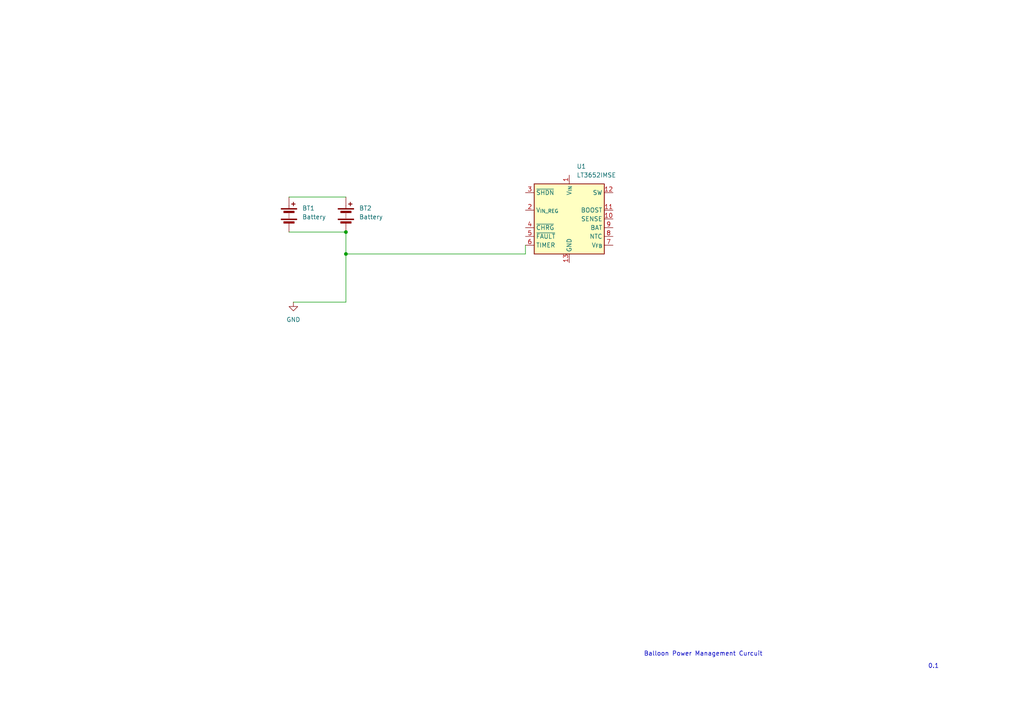
<source format=kicad_sch>
(kicad_sch (version 20250114) (generator "eeschema") (generator_version "9.0")
  (paper "A4")
  (lib_symbols
    (symbol "Battery_Management:LT3652IMSE"
      (property "Reference" "U" (at -8.382 11.43 0))
      (property "Value" "LT3652IMSE" (at 1.778 11.684 0))
      (symbol "LT3652IMSE_0_1"
        (rectangle (start -10.16 10.16) (end 10.16 -10.16) (stroke (width 0.254)) (fill (type background)))
      )
      (symbol "LT3652IMSE_1_1"
        (pin input line (at -12.7 7.62 0) (length 2.54) (name "~{SHDN}") (number "3"))
        (pin input line (at -12.7 2.54 0) (length 2.54) (name "V_{IN_REG}") (number "2"))
        (pin open_collector line (at -12.7 -2.54 0) (length 2.54) (name "~{CHRG}") (number "4"))
        (pin open_collector line (at -12.7 -5.08 0) (length 2.54) (name "~{FAULT}") (number "5"))
        (pin output line (at -12.7 -7.62 0) (length 2.54) (name "TIMER") (number "6"))
        (pin power_in line (at 0 12.7 270) (length 2.54) (name "V_{IN}") (number "1"))
        (pin power_in line (at 0 -12.7 90) (length 2.54) (name "GND") (number "13"))
        (pin output line (at 12.7 7.62 180) (length 2.54) (name "SW") (number "12"))
        (pin input line (at 12.7 2.54 180) (length 2.54) (name "BOOST") (number "11"))
        (pin input line (at 12.7 0 180) (length 2.54) (name "SENSE") (number "10"))
        (pin output line (at 12.7 -2.54 180) (length 2.54) (name "BAT") (number "9"))
        (pin input line (at 12.7 -5.08 180) (length 2.54) (name "NTC") (number "8"))
        (pin input line (at 12.7 -7.62 180) (length 2.54) (name "V_{FB}") (number "7"))
      )
    )
    (symbol "Device:Battery" (pin_numbers (hide yes)) (pin_names (offset 0) (hide yes))
      (property "Reference" "BT" (at 2.54 2.54 0))
      (property "Value" "Battery" (at 2.54 0 0))
      (symbol "Battery_0_1"
        (rectangle (start -2.286 1.778) (end 2.286 1.524) (fill (type outline)))
        (rectangle (start -2.286 -1.27) (end 2.286 -1.524) (fill (type outline)))
        (rectangle (start -1.524 1.016) (end 1.524 0.508) (fill (type outline)))
        (rectangle (start -1.524 -2.032) (end 1.524 -2.54) (fill (type outline)))
        (polyline (pts (xy 0 1.778) (xy 0 2.54)))
        (polyline (pts (xy 0 0) (xy 0 0.254)))
        (polyline (pts (xy 0 -0.508) (xy 0 -0.254)))
        (polyline (pts (xy 0 -1.016) (xy 0 -0.762)))
        (polyline (pts (xy 0.762 3.048) (xy 1.778 3.048)) (stroke (width 0.254)))
        (polyline (pts (xy 1.27 3.556) (xy 1.27 2.54)) (stroke (width 0.254)))
      )
      (symbol "Battery_1_1"
        (pin passive line (at 0 5.08 270) (length 2.54) (name "+") (number "1"))
        (pin passive line (at 0 -5.08 90) (length 2.54) (name "-") (number "2"))
      )
    )
    (symbol "power:GND" (power) (pin_numbers (hide yes)) (pin_names (offset 0) (hide yes))
      (property "Value" "GND" (at 0 -3.81 0))
      (symbol "GND_0_1"
        (polyline (pts (xy 0 0) (xy 0 -1.27) (xy 1.27 -1.27) (xy 0 -2.54) (xy -1.27 -1.27) (xy 0 -1.27)))
      )
      (symbol "GND_1_1"
        (pin power_in line (at 0 0 270) (length 0) (name "~") (number "1"))
      )
    )
  )
  (text "Balloon Power Management Curcuit" (at 203.962 189.738 0) (effects (font (size 1.27 1.27))))
  (text "0.1" (at 270.764 193.294 0) (effects (font (size 1.27 1.27))))
  (junction (at 100.33 73.66))
  (junction (at 100.33 67.31))
  (wire (pts (xy 83.82 67.31) (xy 100.33 67.31)))
  (wire (pts (xy 100.33 73.66) (xy 152.4 73.66)))
  (wire (pts (xy 83.82 57.15) (xy 100.33 57.15)))
  (wire (pts (xy 100.33 67.31) (xy 100.33 73.66)))
  (wire (pts (xy 100.33 87.63) (xy 85.09 87.63)))
  (wire (pts (xy 152.4 73.66) (xy 152.4 71.12)))
  (wire (pts (xy 100.33 73.66) (xy 100.33 87.63)))
  (symbol (lib_id "Device:Battery") (at 83.82 62.23 0) (unit 1)
    (property "Reference" "BT1" (at 87.63 60.3884 0) (effects (justify left)))
    (property "Value" "Battery" (at 87.63 62.9284 0) (effects (justify left)))
    (property "Description" "Multiple-cell battery" (effects (hide yes)))
  )
  (symbol (lib_id "power:GND") (at 85.09 87.63 0) (unit 1)
    (property "Reference" "#PWR01" (effects (hide yes)))
    (property "Value" "GND" (at 85.09 92.71 0))
    (property "Description" "Power symbol creates a global label with name \"GND\" , ground" (effects (hide yes)))
  )
  (symbol (lib_id "Device:Battery") (at 100.33 62.23 0) (unit 1)
    (property "Reference" "BT2" (at 104.14 60.3884 0) (effects (justify left)))
    (property "Value" "Battery" (at 104.14 62.9284 0) (effects (justify left)))
    (property "Description" "Multiple-cell battery" (effects (hide yes)))
  )
  (symbol (lib_id "Battery_Management:LT3652IMSE") (at 165.1 63.5 0) (unit 1)
    (property "Reference" "U1" (at 167.2433 48.26 0) (effects (justify left)))
    (property "Value" "LT3652IMSE" (at 167.2433 50.8 0) (effects (justify left)))
    (property "Footprint" "Package_SO:MSOP-12-1EP_3x4.039mm_P0.65mm_EP1.651x2.845mm" (effects (hide yes)))
    (property "Datasheet" "https://www.analog.com/media/en/technical-documentation/data-sheets/3652fe.pdf" (effects (hide yes)))
    (property "Description" "Step-down battery charger for solar power, Lithium Phosphate (LiFePO4), Lead (Pb), Lithium+ (Li+) , 4.95V to 32V VDD, 2A, -40 to +125 degree Celsius, MSOP-12" (effects (hide yes)))
  )
)
</source>
